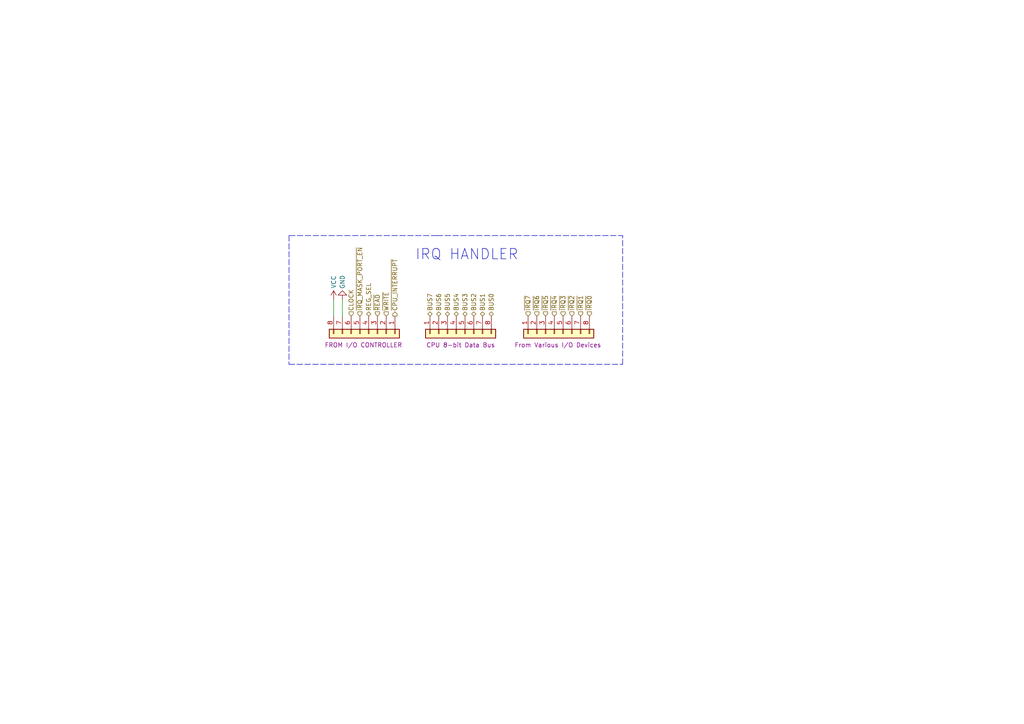
<source format=kicad_sch>
(kicad_sch (version 20211123) (generator eeschema)
  (paper "A4")
  (lib_symbols
    (symbol "Connector_Generic:Conn_01x08" (pin_names (offset 1.016) hide)
      (property "Reference" "J" (at 0 10.16 0))
      (property "Value" "Conn_01x08" (at 0 -12.7 0))
      (symbol "Conn_01x08_1_1"
        (rectangle (start -1.27 -10.033) (end 0 -10.287) (stroke (width 0.1524)))
        (rectangle (start -1.27 -7.493) (end 0 -7.747) (stroke (width 0.1524)))
        (rectangle (start -1.27 -4.953) (end 0 -5.207) (stroke (width 0.1524)))
        (rectangle (start -1.27 -2.413) (end 0 -2.667) (stroke (width 0.1524)))
        (rectangle (start -1.27 0.127) (end 0 -0.127) (stroke (width 0.1524)))
        (rectangle (start -1.27 2.667) (end 0 2.413) (stroke (width 0.1524)))
        (rectangle (start -1.27 5.207) (end 0 4.953) (stroke (width 0.1524)))
        (rectangle (start -1.27 7.747) (end 0 7.493) (stroke (width 0.1524)))
        (rectangle (start -1.27 8.89) (end 1.27 -11.43) (stroke (width 0.254)) (fill (type background)))
        (pin passive line (at -5.08 7.62 0) (length 3.81) (name "Pin_1") (number "1"))
        (pin passive line (at -5.08 5.08 0) (length 3.81) (name "Pin_2") (number "2"))
        (pin passive line (at -5.08 2.54 0) (length 3.81) (name "Pin_3") (number "3"))
        (pin passive line (at -5.08 0 0) (length 3.81) (name "Pin_4") (number "4"))
        (pin passive line (at -5.08 -2.54 0) (length 3.81) (name "Pin_5") (number "5"))
        (pin passive line (at -5.08 -5.08 0) (length 3.81) (name "Pin_6") (number "6"))
        (pin passive line (at -5.08 -7.62 0) (length 3.81) (name "Pin_7") (number "7"))
        (pin passive line (at -5.08 -10.16 0) (length 3.81) (name "Pin_8") (number "8"))
      )
    )
    (symbol "power:GND" (power) (pin_names (offset 0))
      (property "Value" "GND" (at 0 -3.81 0))
      (symbol "GND_0_1"
        (polyline (pts (xy 0 0) (xy 0 -1.27) (xy 1.27 -1.27) (xy 0 -2.54) (xy -1.27 -1.27) (xy 0 -1.27)))
      )
      (symbol "GND_1_1"
        (pin power_in line (at 0 0 270) (length 0) hide (name "GND") (number "1"))
      )
    )
    (symbol "power:VCC" (power) (pin_names (offset 0))
      (property "Value" "VCC" (at 0 3.81 0))
      (symbol "VCC_0_1"
        (polyline (pts (xy -0.762 1.27) (xy 0 2.54)))
        (polyline (pts (xy 0 0) (xy 0 2.54)))
        (polyline (pts (xy 0 2.54) (xy 0.762 1.27)))
      )
      (symbol "VCC_1_1"
        (pin power_in line (at 0 0 90) (length 0) hide (name "VCC") (number "1"))
      )
    )
  )
  (polyline (pts (xy 180.594 105.664) (xy 180.594 68.326)))
  (wire (pts (xy 96.774 86.868) (xy 96.774 91.694)))
  (polyline (pts (xy 83.82 105.664) (xy 180.594 105.664)))
  (polyline (pts (xy 83.82 68.326) (xy 83.82 105.664)))
  (polyline (pts (xy 126.746 68.326) (xy 83.82 68.326)))
  (wire (pts (xy 99.314 86.868) (xy 99.314 91.694)))
  (polyline (pts (xy 126.746 68.326) (xy 180.594 68.326)))
  (text "IRQ HANDLER" (at 120.396 75.692 0) (effects (font (size 3 3)) (justify left bottom)))
  (hierarchical_label "~{CPU_INTERRUPT}" (shape output) (at 114.554 91.694 90))
  (hierarchical_label "~{IRQ4}" (shape input) (at 160.782 91.694 90))
  (hierarchical_label "~{IRQ6}" (shape input) (at 155.702 91.694 90))
  (hierarchical_label "BUS4" (shape tri_state) (at 132.334 91.694 90))
  (hierarchical_label "BUS5" (shape tri_state) (at 129.794 91.694 90))
  (hierarchical_label "~{WRITE}" (shape input) (at 112.014 91.694 90))
  (hierarchical_label "BUS6" (shape tri_state) (at 127.254 91.694 90))
  (hierarchical_label "~{IRQ3}" (shape input) (at 163.322 91.694 90))
  (hierarchical_label "~{IRQ7}" (shape input) (at 153.162 91.694 90))
  (hierarchical_label "~{IRQ2}" (shape input) (at 165.862 91.694 90))
  (hierarchical_label "BUS7" (shape tri_state) (at 124.714 91.694 90))
  (hierarchical_label "~{IRQ1}" (shape input) (at 168.402 91.694 90))
  (hierarchical_label "~{IRQ_MASK_PORT_EN}" (shape input) (at 104.394 91.694 90))
  (hierarchical_label "BUS0" (shape tri_state) (at 142.494 91.694 90))
  (hierarchical_label "BUS2" (shape tri_state) (at 137.414 91.694 90))
  (hierarchical_label "BUS1" (shape tri_state) (at 139.954 91.694 90))
  (hierarchical_label "BUS3" (shape tri_state) (at 134.874 91.694 90))
  (hierarchical_label "CLOCK" (shape input) (at 101.854 91.694 90))
  (hierarchical_label "~{READ}" (shape input) (at 109.474 91.694 90))
  (hierarchical_label "~{IRQ0}" (shape input) (at 170.942 91.694 90))
  (hierarchical_label "REG_SEL" (shape tri_state) (at 106.934 91.694 90))
  (hierarchical_label "~{IRQ5}" (shape input) (at 158.242 91.694 90))
  (symbol (lib_id "power:VCC") (at 96.774 86.868 0) (unit 1)
    (property "Reference" "#PWR024" (effects hide))
    (property "Value" "VCC" (at 96.774 81.788 90))
  )
  (symbol (lib_id "Connector_Generic:Conn_01x08") (at 106.934 96.774 270) (unit 1)
    (property "Reference" "J30" (effects hide))
    (property "Value" "Conn_01x08" (effects hide))
    (property "Footprint" "Connector_PinSocket_2.54mm:PinSocket_1x08_P2.54mm_Vertical" (effects hide))
    (property "Field4" "FROM I/O CONTROLLER" (at 105.41 100.076 90))
  )
  (symbol (lib_id "Connector_Generic:Conn_01x08") (at 160.782 96.774 90) (mirror x) (unit 1)
    (property "Reference" "J32" (effects hide))
    (property "Value" "Conn_01x08" (effects hide))
    (property "Footprint" "Connector_PinSocket_2.54mm:PinSocket_1x08_P2.54mm_Vertical" (effects hide))
    (property "Field4" "From Various I/O Devices" (at 161.798 100.076 90))
  )
  (symbol (lib_id "Connector_Generic:Conn_01x08") (at 132.334 96.774 90) (mirror x) (unit 1)
    (property "Reference" "J31" (effects hide))
    (property "Value" "Conn_01x08" (effects hide))
    (property "Footprint" "Connector_PinSocket_2.54mm:PinSocket_1x08_P2.54mm_Vertical" (effects hide))
    (property "Field4" "CPU 8-bit Data Bus" (at 133.604 100.076 90))
  )
  (symbol (lib_id "power:GND") (at 99.314 86.868 180) (unit 1)
    (property "Reference" "#PWR025" (effects hide))
    (property "Value" "GND" (at 99.314 81.788 90))
  )
)
</source>
